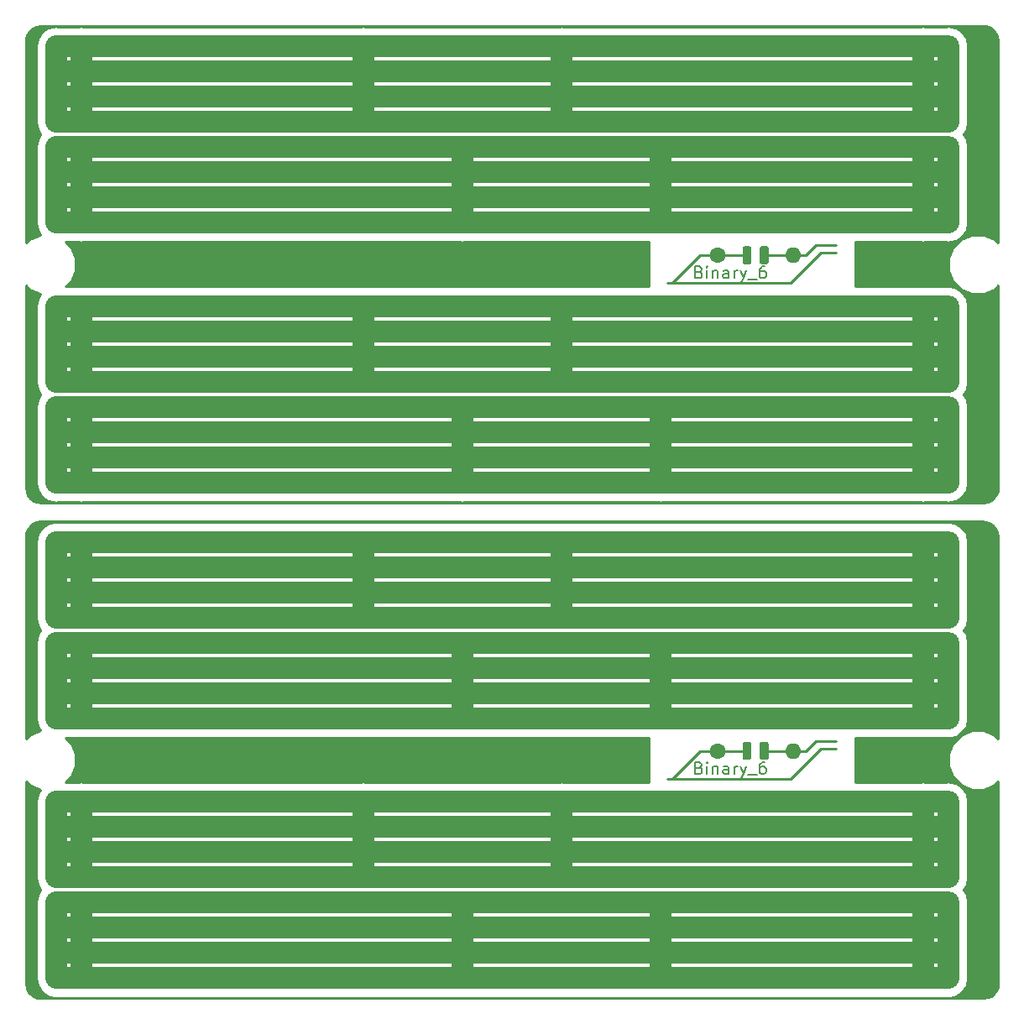
<source format=gtl>
G04 #@! TF.GenerationSoftware,KiCad,Pcbnew,(5.0.2)-1*
G04 #@! TF.CreationDate,2019-08-28T20:26:21+02:00*
G04 #@! TF.ProjectId,EleLab_v2_Bus100,456c654c-6162-45f7-9632-5f4275733130,rev?*
G04 #@! TF.SameCoordinates,Original*
G04 #@! TF.FileFunction,Copper,L1,Top*
G04 #@! TF.FilePolarity,Positive*
%FSLAX46Y46*%
G04 Gerber Fmt 4.6, Leading zero omitted, Abs format (unit mm)*
G04 Created by KiCad (PCBNEW (5.0.2)-1) date 28/08/2019 20:26:21*
%MOMM*%
%LPD*%
G01*
G04 APERTURE LIST*
%ADD10C,0.200000*%
G04 #@! TA.AperFunction,EtchedComponent*
%ADD11C,0.250000*%
G04 #@! TD*
G04 #@! TA.AperFunction,ComponentPad*
%ADD12R,1.700000X1.700000*%
G04 #@! TD*
G04 #@! TA.AperFunction,ComponentPad*
%ADD13O,1.700000X1.700000*%
G04 #@! TD*
G04 #@! TA.AperFunction,ComponentPad*
%ADD14C,1.600000*%
G04 #@! TD*
G04 #@! TA.AperFunction,ComponentPad*
%ADD15O,1.600000X1.600000*%
G04 #@! TD*
G04 #@! TA.AperFunction,Conductor*
%ADD16C,0.100000*%
G04 #@! TD*
G04 #@! TA.AperFunction,SMDPad,CuDef*
%ADD17C,0.900000*%
G04 #@! TD*
G04 #@! TA.AperFunction,Conductor*
%ADD18C,2.200000*%
G04 #@! TD*
G04 #@! TA.AperFunction,NonConductor*
%ADD19C,0.254000*%
G04 #@! TD*
G04 APERTURE END LIST*
G04 #@! TO.C,LO_1*
D10*
X162891742Y-103777085D02*
X163063171Y-103834228D01*
X163120314Y-103891371D01*
X163177457Y-104005657D01*
X163177457Y-104177085D01*
X163120314Y-104291371D01*
X163063171Y-104348514D01*
X162948885Y-104405657D01*
X162491742Y-104405657D01*
X162491742Y-103205657D01*
X162891742Y-103205657D01*
X163006028Y-103262800D01*
X163063171Y-103319942D01*
X163120314Y-103434228D01*
X163120314Y-103548514D01*
X163063171Y-103662800D01*
X163006028Y-103719942D01*
X162891742Y-103777085D01*
X162491742Y-103777085D01*
X163691742Y-104405657D02*
X163691742Y-103605657D01*
X163691742Y-103205657D02*
X163634600Y-103262800D01*
X163691742Y-103319942D01*
X163748885Y-103262800D01*
X163691742Y-103205657D01*
X163691742Y-103319942D01*
X164263171Y-103605657D02*
X164263171Y-104405657D01*
X164263171Y-103719942D02*
X164320314Y-103662800D01*
X164434600Y-103605657D01*
X164606028Y-103605657D01*
X164720314Y-103662800D01*
X164777457Y-103777085D01*
X164777457Y-104405657D01*
X165863171Y-104405657D02*
X165863171Y-103777085D01*
X165806028Y-103662800D01*
X165691742Y-103605657D01*
X165463171Y-103605657D01*
X165348885Y-103662800D01*
X165863171Y-104348514D02*
X165748885Y-104405657D01*
X165463171Y-104405657D01*
X165348885Y-104348514D01*
X165291742Y-104234228D01*
X165291742Y-104119942D01*
X165348885Y-104005657D01*
X165463171Y-103948514D01*
X165748885Y-103948514D01*
X165863171Y-103891371D01*
X166434600Y-104405657D02*
X166434600Y-103605657D01*
X166434600Y-103834228D02*
X166491742Y-103719942D01*
X166548885Y-103662800D01*
X166663171Y-103605657D01*
X166777457Y-103605657D01*
X167063171Y-103605657D02*
X167348885Y-104405657D01*
X167634600Y-103605657D02*
X167348885Y-104405657D01*
X167234600Y-104691371D01*
X167177457Y-104748514D01*
X167063171Y-104805657D01*
X167806028Y-104519942D02*
X168720314Y-104519942D01*
X169520314Y-103205657D02*
X169291742Y-103205657D01*
X169177457Y-103262800D01*
X169120314Y-103319942D01*
X169006028Y-103491371D01*
X168948885Y-103719942D01*
X168948885Y-104177085D01*
X169006028Y-104291371D01*
X169063171Y-104348514D01*
X169177457Y-104405657D01*
X169406028Y-104405657D01*
X169520314Y-104348514D01*
X169577457Y-104291371D01*
X169634600Y-104177085D01*
X169634600Y-103891371D01*
X169577457Y-103777085D01*
X169520314Y-103719942D01*
X169406028Y-103662800D01*
X169177457Y-103662800D01*
X169063171Y-103719942D01*
X169006028Y-103777085D01*
X168948885Y-103891371D01*
X162891742Y-53777085D02*
X163063171Y-53834228D01*
X163120314Y-53891371D01*
X163177457Y-54005657D01*
X163177457Y-54177085D01*
X163120314Y-54291371D01*
X163063171Y-54348514D01*
X162948885Y-54405657D01*
X162491742Y-54405657D01*
X162491742Y-53205657D01*
X162891742Y-53205657D01*
X163006028Y-53262800D01*
X163063171Y-53319942D01*
X163120314Y-53434228D01*
X163120314Y-53548514D01*
X163063171Y-53662800D01*
X163006028Y-53719942D01*
X162891742Y-53777085D01*
X162491742Y-53777085D01*
X163691742Y-54405657D02*
X163691742Y-53605657D01*
X163691742Y-53205657D02*
X163634600Y-53262800D01*
X163691742Y-53319942D01*
X163748885Y-53262800D01*
X163691742Y-53205657D01*
X163691742Y-53319942D01*
X164263171Y-53605657D02*
X164263171Y-54405657D01*
X164263171Y-53719942D02*
X164320314Y-53662800D01*
X164434600Y-53605657D01*
X164606028Y-53605657D01*
X164720314Y-53662800D01*
X164777457Y-53777085D01*
X164777457Y-54405657D01*
X165863171Y-54405657D02*
X165863171Y-53777085D01*
X165806028Y-53662800D01*
X165691742Y-53605657D01*
X165463171Y-53605657D01*
X165348885Y-53662800D01*
X165863171Y-54348514D02*
X165748885Y-54405657D01*
X165463171Y-54405657D01*
X165348885Y-54348514D01*
X165291742Y-54234228D01*
X165291742Y-54119942D01*
X165348885Y-54005657D01*
X165463171Y-53948514D01*
X165748885Y-53948514D01*
X165863171Y-53891371D01*
X166434600Y-54405657D02*
X166434600Y-53605657D01*
X166434600Y-53834228D02*
X166491742Y-53719942D01*
X166548885Y-53662800D01*
X166663171Y-53605657D01*
X166777457Y-53605657D01*
X167063171Y-53605657D02*
X167348885Y-54405657D01*
X167634600Y-53605657D02*
X167348885Y-54405657D01*
X167234600Y-54691371D01*
X167177457Y-54748514D01*
X167063171Y-54805657D01*
X167806028Y-54519942D02*
X168720314Y-54519942D01*
X169520314Y-53205657D02*
X169291742Y-53205657D01*
X169177457Y-53262800D01*
X169120314Y-53319942D01*
X169006028Y-53491371D01*
X168948885Y-53719942D01*
X168948885Y-54177085D01*
X169006028Y-54291371D01*
X169063171Y-54348514D01*
X169177457Y-54405657D01*
X169406028Y-54405657D01*
X169520314Y-54348514D01*
X169577457Y-54291371D01*
X169634600Y-54177085D01*
X169634600Y-53891371D01*
X169577457Y-53777085D01*
X169520314Y-53719942D01*
X169406028Y-53662800D01*
X169177457Y-53662800D01*
X169063171Y-53719942D01*
X169006028Y-53777085D01*
X168948885Y-53891371D01*
D11*
X164764600Y-102084800D02*
X167304600Y-102084800D01*
X169844600Y-102084800D02*
X172384600Y-102084800D01*
X172384600Y-102084800D02*
X173654600Y-102084800D01*
X173654600Y-102084800D02*
X174670600Y-101068800D01*
X174670600Y-101068800D02*
X176677200Y-101068800D01*
X164764600Y-102084800D02*
X162986600Y-102084800D01*
X162986600Y-102084800D02*
X160192600Y-104878800D01*
X176728000Y-101830800D02*
X175178600Y-101830800D01*
X175178600Y-101830800D02*
X172130600Y-104878800D01*
X172130600Y-104878800D02*
X159659200Y-104878800D01*
X172130600Y-54878800D02*
X159659200Y-54878800D01*
X175178600Y-51830800D02*
X172130600Y-54878800D01*
X176728000Y-51830800D02*
X175178600Y-51830800D01*
X162986600Y-52084800D02*
X160192600Y-54878800D01*
X164764600Y-52084800D02*
X162986600Y-52084800D01*
X174670600Y-51068800D02*
X176677200Y-51068800D01*
X173654600Y-52084800D02*
X174670600Y-51068800D01*
X172384600Y-52084800D02*
X173654600Y-52084800D01*
X169844600Y-52084800D02*
X172384600Y-52084800D01*
X164764600Y-52084800D02*
X167304600Y-52084800D01*
G04 #@! TD*
D12*
G04 #@! TO.P,J31,1*
G04 #@! TO.N,/GND*
X139000000Y-122460000D03*
G04 #@! TD*
G04 #@! TO.P,J34,1*
G04 #@! TO.N,/GND*
X159000000Y-119920000D03*
G04 #@! TD*
G04 #@! TO.P,J30,1*
G04 #@! TO.N,/GND*
X139000000Y-119920000D03*
G04 #@! TD*
G04 #@! TO.P,J32,1*
G04 #@! TO.N,/GND*
X139000000Y-125000000D03*
G04 #@! TD*
G04 #@! TO.P,J35,1*
G04 #@! TO.N,/GND*
X159000000Y-122460000D03*
G04 #@! TD*
G04 #@! TO.P,J33,1*
G04 #@! TO.N,/GND*
X159000000Y-117380000D03*
G04 #@! TD*
G04 #@! TO.P,J29,1*
G04 #@! TO.N,/GND*
X139000000Y-117380000D03*
G04 #@! TD*
G04 #@! TO.P,J36,1*
G04 #@! TO.N,/GND*
X159000000Y-125000000D03*
G04 #@! TD*
G04 #@! TO.P,J12,1*
G04 #@! TO.N,/+24V*
X149000000Y-88620000D03*
G04 #@! TD*
G04 #@! TO.P,J19,1*
G04 #@! TO.N,/+12V*
X159000000Y-96240000D03*
G04 #@! TD*
G04 #@! TO.P,J28,1*
G04 #@! TO.N,/+5V*
X149000000Y-114840000D03*
G04 #@! TD*
G04 #@! TO.P,J27,1*
G04 #@! TO.N,/+5V*
X149000000Y-112300000D03*
G04 #@! TD*
G04 #@! TO.P,J24,1*
G04 #@! TO.N,/+5V*
X129000000Y-114840000D03*
G04 #@! TD*
G04 #@! TO.P,J21,1*
G04 #@! TO.N,/+5V*
X129000000Y-107220000D03*
G04 #@! TD*
G04 #@! TO.P,J20,1*
G04 #@! TO.N,/+12V*
X159000000Y-98780000D03*
G04 #@! TD*
G04 #@! TO.P,J17,1*
G04 #@! TO.N,/+12V*
X159000000Y-91160000D03*
G04 #@! TD*
G04 #@! TO.P,J14,1*
G04 #@! TO.N,/+12V*
X139000000Y-93700000D03*
G04 #@! TD*
G04 #@! TO.P,J22,1*
G04 #@! TO.N,/+5V*
X129000000Y-109760000D03*
G04 #@! TD*
G04 #@! TO.P,J15,1*
G04 #@! TO.N,/+12V*
X139000000Y-96240000D03*
G04 #@! TD*
G04 #@! TO.P,J26,1*
G04 #@! TO.N,/+5V*
X149000000Y-109760000D03*
G04 #@! TD*
G04 #@! TO.P,J11,1*
G04 #@! TO.N,/+24V*
X149000000Y-86080000D03*
G04 #@! TD*
G04 #@! TO.P,J25,1*
G04 #@! TO.N,/+5V*
X149000000Y-107220000D03*
G04 #@! TD*
G04 #@! TO.P,J23,1*
G04 #@! TO.N,/+5V*
X129000000Y-112300000D03*
G04 #@! TD*
G04 #@! TO.P,J13,1*
G04 #@! TO.N,/+12V*
X139000000Y-91160000D03*
G04 #@! TD*
G04 #@! TO.P,J18,1*
G04 #@! TO.N,/+12V*
X159000000Y-93700000D03*
G04 #@! TD*
G04 #@! TO.P,J16,1*
G04 #@! TO.N,/+12V*
X139000000Y-98780000D03*
G04 #@! TD*
G04 #@! TO.P,J2,1*
G04 #@! TO.N,/GND*
X100540000Y-125000000D03*
D13*
G04 #@! TO.P,J2,2*
X98000000Y-125000000D03*
G04 #@! TO.P,J2,3*
X100540000Y-122460000D03*
G04 #@! TO.P,J2,4*
X98000000Y-122460000D03*
G04 #@! TO.P,J2,5*
X100540000Y-119920000D03*
G04 #@! TO.P,J2,6*
X98000000Y-119920000D03*
G04 #@! TO.P,J2,7*
X100540000Y-117380000D03*
G04 #@! TO.P,J2,8*
X98000000Y-117380000D03*
G04 #@! TO.P,J2,9*
G04 #@! TO.N,/+5V*
X100540000Y-114840000D03*
G04 #@! TO.P,J2,10*
X98000000Y-114840000D03*
G04 #@! TO.P,J2,11*
X100540000Y-112300000D03*
G04 #@! TO.P,J2,12*
X98000000Y-112300000D03*
G04 #@! TO.P,J2,13*
X100540000Y-109760000D03*
G04 #@! TO.P,J2,14*
X98000000Y-109760000D03*
G04 #@! TO.P,J2,15*
X100540000Y-107220000D03*
G04 #@! TO.P,J2,16*
X98000000Y-107220000D03*
G04 #@! TD*
G04 #@! TO.P,J3,16*
G04 #@! TO.N,/+24V*
X188000000Y-81000000D03*
G04 #@! TO.P,J3,15*
X185460000Y-81000000D03*
G04 #@! TO.P,J3,14*
X188000000Y-83540000D03*
G04 #@! TO.P,J3,13*
X185460000Y-83540000D03*
G04 #@! TO.P,J3,12*
X188000000Y-86080000D03*
G04 #@! TO.P,J3,11*
X185460000Y-86080000D03*
G04 #@! TO.P,J3,10*
X188000000Y-88620000D03*
G04 #@! TO.P,J3,9*
X185460000Y-88620000D03*
G04 #@! TO.P,J3,8*
G04 #@! TO.N,/+12V*
X188000000Y-91160000D03*
G04 #@! TO.P,J3,7*
X185460000Y-91160000D03*
G04 #@! TO.P,J3,6*
X188000000Y-93700000D03*
G04 #@! TO.P,J3,5*
X185460000Y-93700000D03*
G04 #@! TO.P,J3,4*
X188000000Y-96240000D03*
G04 #@! TO.P,J3,3*
X185460000Y-96240000D03*
G04 #@! TO.P,J3,2*
X188000000Y-98780000D03*
D12*
G04 #@! TO.P,J3,1*
X185460000Y-98780000D03*
G04 #@! TD*
G04 #@! TO.P,J5,1*
G04 #@! TO.N,/+24V*
X129000000Y-81000000D03*
G04 #@! TD*
D14*
G04 #@! TO.P,LO_1,2*
G04 #@! TO.N,N/C*
X164764600Y-102084800D03*
D15*
G04 #@! TO.P,LO_1,1*
X172384600Y-102084800D03*
D16*
G04 #@! TD*
G04 #@! TO.N,*
G04 #@! TO.C,LO_1*
G36*
X167951654Y-101185883D02*
X167973495Y-101189123D01*
X167994914Y-101194488D01*
X168015704Y-101201927D01*
X168035664Y-101211368D01*
X168054603Y-101222719D01*
X168072338Y-101235873D01*
X168088699Y-101250701D01*
X168103527Y-101267062D01*
X168116681Y-101284797D01*
X168128032Y-101303736D01*
X168137473Y-101323696D01*
X168144912Y-101344486D01*
X168150277Y-101365905D01*
X168153517Y-101387746D01*
X168154600Y-101409800D01*
X168154600Y-102759800D01*
X168153517Y-102781854D01*
X168150277Y-102803695D01*
X168144912Y-102825114D01*
X168137473Y-102845904D01*
X168128032Y-102865864D01*
X168116681Y-102884803D01*
X168103527Y-102902538D01*
X168088699Y-102918899D01*
X168072338Y-102933727D01*
X168054603Y-102946881D01*
X168035664Y-102958232D01*
X168015704Y-102967673D01*
X167994914Y-102975112D01*
X167973495Y-102980477D01*
X167951654Y-102983717D01*
X167929600Y-102984800D01*
X167479600Y-102984800D01*
X167457546Y-102983717D01*
X167435705Y-102980477D01*
X167414286Y-102975112D01*
X167393496Y-102967673D01*
X167373536Y-102958232D01*
X167354597Y-102946881D01*
X167336862Y-102933727D01*
X167320501Y-102918899D01*
X167305673Y-102902538D01*
X167292519Y-102884803D01*
X167281168Y-102865864D01*
X167271727Y-102845904D01*
X167264288Y-102825114D01*
X167258923Y-102803695D01*
X167255683Y-102781854D01*
X167254600Y-102759800D01*
X167254600Y-101409800D01*
X167255683Y-101387746D01*
X167258923Y-101365905D01*
X167264288Y-101344486D01*
X167271727Y-101323696D01*
X167281168Y-101303736D01*
X167292519Y-101284797D01*
X167305673Y-101267062D01*
X167320501Y-101250701D01*
X167336862Y-101235873D01*
X167354597Y-101222719D01*
X167373536Y-101211368D01*
X167393496Y-101201927D01*
X167414286Y-101194488D01*
X167435705Y-101189123D01*
X167457546Y-101185883D01*
X167479600Y-101184800D01*
X167929600Y-101184800D01*
X167951654Y-101185883D01*
X167951654Y-101185883D01*
G37*
D17*
G04 #@! TO.P,LO_1,*
G04 #@! TO.N,*
X167704600Y-102084800D03*
D16*
G04 #@! TD*
G04 #@! TO.N,*
G04 #@! TO.C,LO_1*
G36*
X169691654Y-101185883D02*
X169713495Y-101189123D01*
X169734914Y-101194488D01*
X169755704Y-101201927D01*
X169775664Y-101211368D01*
X169794603Y-101222719D01*
X169812338Y-101235873D01*
X169828699Y-101250701D01*
X169843527Y-101267062D01*
X169856681Y-101284797D01*
X169868032Y-101303736D01*
X169877473Y-101323696D01*
X169884912Y-101344486D01*
X169890277Y-101365905D01*
X169893517Y-101387746D01*
X169894600Y-101409800D01*
X169894600Y-102759800D01*
X169893517Y-102781854D01*
X169890277Y-102803695D01*
X169884912Y-102825114D01*
X169877473Y-102845904D01*
X169868032Y-102865864D01*
X169856681Y-102884803D01*
X169843527Y-102902538D01*
X169828699Y-102918899D01*
X169812338Y-102933727D01*
X169794603Y-102946881D01*
X169775664Y-102958232D01*
X169755704Y-102967673D01*
X169734914Y-102975112D01*
X169713495Y-102980477D01*
X169691654Y-102983717D01*
X169669600Y-102984800D01*
X169219600Y-102984800D01*
X169197546Y-102983717D01*
X169175705Y-102980477D01*
X169154286Y-102975112D01*
X169133496Y-102967673D01*
X169113536Y-102958232D01*
X169094597Y-102946881D01*
X169076862Y-102933727D01*
X169060501Y-102918899D01*
X169045673Y-102902538D01*
X169032519Y-102884803D01*
X169021168Y-102865864D01*
X169011727Y-102845904D01*
X169004288Y-102825114D01*
X168998923Y-102803695D01*
X168995683Y-102781854D01*
X168994600Y-102759800D01*
X168994600Y-101409800D01*
X168995683Y-101387746D01*
X168998923Y-101365905D01*
X169004288Y-101344486D01*
X169011727Y-101323696D01*
X169021168Y-101303736D01*
X169032519Y-101284797D01*
X169045673Y-101267062D01*
X169060501Y-101250701D01*
X169076862Y-101235873D01*
X169094597Y-101222719D01*
X169113536Y-101211368D01*
X169133496Y-101201927D01*
X169154286Y-101194488D01*
X169175705Y-101189123D01*
X169197546Y-101185883D01*
X169219600Y-101184800D01*
X169669600Y-101184800D01*
X169691654Y-101185883D01*
X169691654Y-101185883D01*
G37*
D17*
G04 #@! TO.P,LO_1,*
G04 #@! TO.N,*
X169444600Y-102084800D03*
G04 #@! TD*
D12*
G04 #@! TO.P,J1,1*
G04 #@! TO.N,/+12V*
X100540000Y-98780000D03*
D13*
G04 #@! TO.P,J1,2*
X98000000Y-98780000D03*
G04 #@! TO.P,J1,3*
X100540000Y-96240000D03*
G04 #@! TO.P,J1,4*
X98000000Y-96240000D03*
G04 #@! TO.P,J1,5*
X100540000Y-93700000D03*
G04 #@! TO.P,J1,6*
X98000000Y-93700000D03*
G04 #@! TO.P,J1,7*
X100540000Y-91160000D03*
G04 #@! TO.P,J1,8*
X98000000Y-91160000D03*
G04 #@! TO.P,J1,9*
G04 #@! TO.N,/+24V*
X100540000Y-88620000D03*
G04 #@! TO.P,J1,10*
X98000000Y-88620000D03*
G04 #@! TO.P,J1,11*
X100540000Y-86080000D03*
G04 #@! TO.P,J1,12*
X98000000Y-86080000D03*
G04 #@! TO.P,J1,13*
X100540000Y-83540000D03*
G04 #@! TO.P,J1,14*
X98000000Y-83540000D03*
G04 #@! TO.P,J1,15*
X100540000Y-81000000D03*
G04 #@! TO.P,J1,16*
X98000000Y-81000000D03*
G04 #@! TD*
G04 #@! TO.P,J4,16*
G04 #@! TO.N,/+5V*
X188000000Y-107220000D03*
G04 #@! TO.P,J4,15*
X185460000Y-107220000D03*
G04 #@! TO.P,J4,14*
X188000000Y-109760000D03*
G04 #@! TO.P,J4,13*
X185460000Y-109760000D03*
G04 #@! TO.P,J4,12*
X188000000Y-112300000D03*
G04 #@! TO.P,J4,11*
X185460000Y-112300000D03*
G04 #@! TO.P,J4,10*
X188000000Y-114840000D03*
G04 #@! TO.P,J4,9*
X185460000Y-114840000D03*
G04 #@! TO.P,J4,8*
G04 #@! TO.N,/GND*
X188000000Y-117380000D03*
G04 #@! TO.P,J4,7*
X185460000Y-117380000D03*
G04 #@! TO.P,J4,6*
X188000000Y-119920000D03*
G04 #@! TO.P,J4,5*
X185460000Y-119920000D03*
G04 #@! TO.P,J4,4*
X188000000Y-122460000D03*
G04 #@! TO.P,J4,3*
X185460000Y-122460000D03*
G04 #@! TO.P,J4,2*
X188000000Y-125000000D03*
D12*
G04 #@! TO.P,J4,1*
X185460000Y-125000000D03*
G04 #@! TD*
G04 #@! TO.P,J10,1*
G04 #@! TO.N,/+24V*
X149000000Y-83540000D03*
G04 #@! TD*
G04 #@! TO.P,J9,1*
G04 #@! TO.N,/+24V*
X149000000Y-81000000D03*
G04 #@! TD*
G04 #@! TO.P,J8,1*
G04 #@! TO.N,/+24V*
X129000000Y-88620000D03*
G04 #@! TD*
G04 #@! TO.P,J7,1*
G04 #@! TO.N,/+24V*
X129000000Y-86080000D03*
G04 #@! TD*
G04 #@! TO.P,J6,1*
G04 #@! TO.N,/+24V*
X129000000Y-83540000D03*
G04 #@! TD*
G04 #@! TO.P,J3,1*
G04 #@! TO.N,/+12V*
X185460000Y-48780000D03*
D13*
G04 #@! TO.P,J3,2*
X188000000Y-48780000D03*
G04 #@! TO.P,J3,3*
X185460000Y-46240000D03*
G04 #@! TO.P,J3,4*
X188000000Y-46240000D03*
G04 #@! TO.P,J3,5*
X185460000Y-43700000D03*
G04 #@! TO.P,J3,6*
X188000000Y-43700000D03*
G04 #@! TO.P,J3,7*
X185460000Y-41160000D03*
G04 #@! TO.P,J3,8*
X188000000Y-41160000D03*
G04 #@! TO.P,J3,9*
G04 #@! TO.N,/+24V*
X185460000Y-38620000D03*
G04 #@! TO.P,J3,10*
X188000000Y-38620000D03*
G04 #@! TO.P,J3,11*
X185460000Y-36080000D03*
G04 #@! TO.P,J3,12*
X188000000Y-36080000D03*
G04 #@! TO.P,J3,13*
X185460000Y-33540000D03*
G04 #@! TO.P,J3,14*
X188000000Y-33540000D03*
G04 #@! TO.P,J3,15*
X185460000Y-31000000D03*
G04 #@! TO.P,J3,16*
X188000000Y-31000000D03*
G04 #@! TD*
D12*
G04 #@! TO.P,J4,1*
G04 #@! TO.N,/GND*
X185460000Y-75000000D03*
D13*
G04 #@! TO.P,J4,2*
X188000000Y-75000000D03*
G04 #@! TO.P,J4,3*
X185460000Y-72460000D03*
G04 #@! TO.P,J4,4*
X188000000Y-72460000D03*
G04 #@! TO.P,J4,5*
X185460000Y-69920000D03*
G04 #@! TO.P,J4,6*
X188000000Y-69920000D03*
G04 #@! TO.P,J4,7*
X185460000Y-67380000D03*
G04 #@! TO.P,J4,8*
X188000000Y-67380000D03*
G04 #@! TO.P,J4,9*
G04 #@! TO.N,/+5V*
X185460000Y-64840000D03*
G04 #@! TO.P,J4,10*
X188000000Y-64840000D03*
G04 #@! TO.P,J4,11*
X185460000Y-62300000D03*
G04 #@! TO.P,J4,12*
X188000000Y-62300000D03*
G04 #@! TO.P,J4,13*
X185460000Y-59760000D03*
G04 #@! TO.P,J4,14*
X188000000Y-59760000D03*
G04 #@! TO.P,J4,15*
X185460000Y-57220000D03*
G04 #@! TO.P,J4,16*
X188000000Y-57220000D03*
G04 #@! TD*
G04 #@! TO.P,J1,16*
G04 #@! TO.N,/+24V*
X98000000Y-31000000D03*
G04 #@! TO.P,J1,15*
X100540000Y-31000000D03*
G04 #@! TO.P,J1,14*
X98000000Y-33540000D03*
G04 #@! TO.P,J1,13*
X100540000Y-33540000D03*
G04 #@! TO.P,J1,12*
X98000000Y-36080000D03*
G04 #@! TO.P,J1,11*
X100540000Y-36080000D03*
G04 #@! TO.P,J1,10*
X98000000Y-38620000D03*
G04 #@! TO.P,J1,9*
X100540000Y-38620000D03*
G04 #@! TO.P,J1,8*
G04 #@! TO.N,/+12V*
X98000000Y-41160000D03*
G04 #@! TO.P,J1,7*
X100540000Y-41160000D03*
G04 #@! TO.P,J1,6*
X98000000Y-43700000D03*
G04 #@! TO.P,J1,5*
X100540000Y-43700000D03*
G04 #@! TO.P,J1,4*
X98000000Y-46240000D03*
G04 #@! TO.P,J1,3*
X100540000Y-46240000D03*
G04 #@! TO.P,J1,2*
X98000000Y-48780000D03*
D12*
G04 #@! TO.P,J1,1*
X100540000Y-48780000D03*
G04 #@! TD*
D13*
G04 #@! TO.P,J2,16*
G04 #@! TO.N,/+5V*
X98000000Y-57220000D03*
G04 #@! TO.P,J2,15*
X100540000Y-57220000D03*
G04 #@! TO.P,J2,14*
X98000000Y-59760000D03*
G04 #@! TO.P,J2,13*
X100540000Y-59760000D03*
G04 #@! TO.P,J2,12*
X98000000Y-62300000D03*
G04 #@! TO.P,J2,11*
X100540000Y-62300000D03*
G04 #@! TO.P,J2,10*
X98000000Y-64840000D03*
G04 #@! TO.P,J2,9*
X100540000Y-64840000D03*
G04 #@! TO.P,J2,8*
G04 #@! TO.N,/GND*
X98000000Y-67380000D03*
G04 #@! TO.P,J2,7*
X100540000Y-67380000D03*
G04 #@! TO.P,J2,6*
X98000000Y-69920000D03*
G04 #@! TO.P,J2,5*
X100540000Y-69920000D03*
G04 #@! TO.P,J2,4*
X98000000Y-72460000D03*
G04 #@! TO.P,J2,3*
X100540000Y-72460000D03*
G04 #@! TO.P,J2,2*
X98000000Y-75000000D03*
D12*
G04 #@! TO.P,J2,1*
X100540000Y-75000000D03*
G04 #@! TD*
D16*
G04 #@! TO.N,*
G04 #@! TO.C,LO_1*
G36*
X169691654Y-51185883D02*
X169713495Y-51189123D01*
X169734914Y-51194488D01*
X169755704Y-51201927D01*
X169775664Y-51211368D01*
X169794603Y-51222719D01*
X169812338Y-51235873D01*
X169828699Y-51250701D01*
X169843527Y-51267062D01*
X169856681Y-51284797D01*
X169868032Y-51303736D01*
X169877473Y-51323696D01*
X169884912Y-51344486D01*
X169890277Y-51365905D01*
X169893517Y-51387746D01*
X169894600Y-51409800D01*
X169894600Y-52759800D01*
X169893517Y-52781854D01*
X169890277Y-52803695D01*
X169884912Y-52825114D01*
X169877473Y-52845904D01*
X169868032Y-52865864D01*
X169856681Y-52884803D01*
X169843527Y-52902538D01*
X169828699Y-52918899D01*
X169812338Y-52933727D01*
X169794603Y-52946881D01*
X169775664Y-52958232D01*
X169755704Y-52967673D01*
X169734914Y-52975112D01*
X169713495Y-52980477D01*
X169691654Y-52983717D01*
X169669600Y-52984800D01*
X169219600Y-52984800D01*
X169197546Y-52983717D01*
X169175705Y-52980477D01*
X169154286Y-52975112D01*
X169133496Y-52967673D01*
X169113536Y-52958232D01*
X169094597Y-52946881D01*
X169076862Y-52933727D01*
X169060501Y-52918899D01*
X169045673Y-52902538D01*
X169032519Y-52884803D01*
X169021168Y-52865864D01*
X169011727Y-52845904D01*
X169004288Y-52825114D01*
X168998923Y-52803695D01*
X168995683Y-52781854D01*
X168994600Y-52759800D01*
X168994600Y-51409800D01*
X168995683Y-51387746D01*
X168998923Y-51365905D01*
X169004288Y-51344486D01*
X169011727Y-51323696D01*
X169021168Y-51303736D01*
X169032519Y-51284797D01*
X169045673Y-51267062D01*
X169060501Y-51250701D01*
X169076862Y-51235873D01*
X169094597Y-51222719D01*
X169113536Y-51211368D01*
X169133496Y-51201927D01*
X169154286Y-51194488D01*
X169175705Y-51189123D01*
X169197546Y-51185883D01*
X169219600Y-51184800D01*
X169669600Y-51184800D01*
X169691654Y-51185883D01*
X169691654Y-51185883D01*
G37*
D17*
G04 #@! TD*
G04 #@! TO.P,LO_1,*
G04 #@! TO.N,*
X169444600Y-52084800D03*
D16*
G04 #@! TO.N,*
G04 #@! TO.C,LO_1*
G36*
X167951654Y-51185883D02*
X167973495Y-51189123D01*
X167994914Y-51194488D01*
X168015704Y-51201927D01*
X168035664Y-51211368D01*
X168054603Y-51222719D01*
X168072338Y-51235873D01*
X168088699Y-51250701D01*
X168103527Y-51267062D01*
X168116681Y-51284797D01*
X168128032Y-51303736D01*
X168137473Y-51323696D01*
X168144912Y-51344486D01*
X168150277Y-51365905D01*
X168153517Y-51387746D01*
X168154600Y-51409800D01*
X168154600Y-52759800D01*
X168153517Y-52781854D01*
X168150277Y-52803695D01*
X168144912Y-52825114D01*
X168137473Y-52845904D01*
X168128032Y-52865864D01*
X168116681Y-52884803D01*
X168103527Y-52902538D01*
X168088699Y-52918899D01*
X168072338Y-52933727D01*
X168054603Y-52946881D01*
X168035664Y-52958232D01*
X168015704Y-52967673D01*
X167994914Y-52975112D01*
X167973495Y-52980477D01*
X167951654Y-52983717D01*
X167929600Y-52984800D01*
X167479600Y-52984800D01*
X167457546Y-52983717D01*
X167435705Y-52980477D01*
X167414286Y-52975112D01*
X167393496Y-52967673D01*
X167373536Y-52958232D01*
X167354597Y-52946881D01*
X167336862Y-52933727D01*
X167320501Y-52918899D01*
X167305673Y-52902538D01*
X167292519Y-52884803D01*
X167281168Y-52865864D01*
X167271727Y-52845904D01*
X167264288Y-52825114D01*
X167258923Y-52803695D01*
X167255683Y-52781854D01*
X167254600Y-52759800D01*
X167254600Y-51409800D01*
X167255683Y-51387746D01*
X167258923Y-51365905D01*
X167264288Y-51344486D01*
X167271727Y-51323696D01*
X167281168Y-51303736D01*
X167292519Y-51284797D01*
X167305673Y-51267062D01*
X167320501Y-51250701D01*
X167336862Y-51235873D01*
X167354597Y-51222719D01*
X167373536Y-51211368D01*
X167393496Y-51201927D01*
X167414286Y-51194488D01*
X167435705Y-51189123D01*
X167457546Y-51185883D01*
X167479600Y-51184800D01*
X167929600Y-51184800D01*
X167951654Y-51185883D01*
X167951654Y-51185883D01*
G37*
D17*
G04 #@! TD*
G04 #@! TO.P,LO_1,*
G04 #@! TO.N,*
X167704600Y-52084800D03*
D15*
G04 #@! TO.P,LO_1,1*
G04 #@! TO.N,N/C*
X172384600Y-52084800D03*
D14*
G04 #@! TO.P,LO_1,2*
X164764600Y-52084800D03*
G04 #@! TD*
D12*
G04 #@! TO.P,J5,1*
G04 #@! TO.N,/+24V*
X129000000Y-31000000D03*
G04 #@! TD*
G04 #@! TO.P,J6,1*
G04 #@! TO.N,/+24V*
X129000000Y-33540000D03*
G04 #@! TD*
G04 #@! TO.P,J7,1*
G04 #@! TO.N,/+24V*
X129000000Y-36080000D03*
G04 #@! TD*
G04 #@! TO.P,J8,1*
G04 #@! TO.N,/+24V*
X129000000Y-38620000D03*
G04 #@! TD*
G04 #@! TO.P,J9,1*
G04 #@! TO.N,/+24V*
X149000000Y-31000000D03*
G04 #@! TD*
G04 #@! TO.P,J10,1*
G04 #@! TO.N,/+24V*
X149000000Y-33540000D03*
G04 #@! TD*
G04 #@! TO.P,J11,1*
G04 #@! TO.N,/+24V*
X149000000Y-36080000D03*
G04 #@! TD*
G04 #@! TO.P,J12,1*
G04 #@! TO.N,/+24V*
X149000000Y-38620000D03*
G04 #@! TD*
G04 #@! TO.P,J13,1*
G04 #@! TO.N,/+12V*
X139000000Y-41160000D03*
G04 #@! TD*
G04 #@! TO.P,J14,1*
G04 #@! TO.N,/+12V*
X139000000Y-43700000D03*
G04 #@! TD*
G04 #@! TO.P,J15,1*
G04 #@! TO.N,/+12V*
X139000000Y-46240000D03*
G04 #@! TD*
G04 #@! TO.P,J16,1*
G04 #@! TO.N,/+12V*
X139000000Y-48780000D03*
G04 #@! TD*
G04 #@! TO.P,J17,1*
G04 #@! TO.N,/+12V*
X159000000Y-41160000D03*
G04 #@! TD*
G04 #@! TO.P,J18,1*
G04 #@! TO.N,/+12V*
X159000000Y-43700000D03*
G04 #@! TD*
G04 #@! TO.P,J19,1*
G04 #@! TO.N,/+12V*
X159000000Y-46240000D03*
G04 #@! TD*
G04 #@! TO.P,J20,1*
G04 #@! TO.N,/+12V*
X159000000Y-48780000D03*
G04 #@! TD*
G04 #@! TO.P,J21,1*
G04 #@! TO.N,/+5V*
X129000000Y-57220000D03*
G04 #@! TD*
G04 #@! TO.P,J22,1*
G04 #@! TO.N,/+5V*
X129000000Y-59760000D03*
G04 #@! TD*
G04 #@! TO.P,J23,1*
G04 #@! TO.N,/+5V*
X129000000Y-62300000D03*
G04 #@! TD*
G04 #@! TO.P,J24,1*
G04 #@! TO.N,/+5V*
X129000000Y-64840000D03*
G04 #@! TD*
G04 #@! TO.P,J25,1*
G04 #@! TO.N,/+5V*
X149000000Y-57220000D03*
G04 #@! TD*
G04 #@! TO.P,J26,1*
G04 #@! TO.N,/+5V*
X149000000Y-59760000D03*
G04 #@! TD*
G04 #@! TO.P,J27,1*
G04 #@! TO.N,/+5V*
X149000000Y-62300000D03*
G04 #@! TD*
G04 #@! TO.P,J28,1*
G04 #@! TO.N,/+5V*
X149000000Y-64840000D03*
G04 #@! TD*
G04 #@! TO.P,J29,1*
G04 #@! TO.N,/GND*
X139000000Y-67380000D03*
G04 #@! TD*
G04 #@! TO.P,J30,1*
G04 #@! TO.N,/GND*
X139000000Y-69920000D03*
G04 #@! TD*
G04 #@! TO.P,J31,1*
G04 #@! TO.N,/GND*
X139000000Y-72460000D03*
G04 #@! TD*
G04 #@! TO.P,J32,1*
G04 #@! TO.N,/GND*
X139000000Y-75000000D03*
G04 #@! TD*
G04 #@! TO.P,J33,1*
G04 #@! TO.N,/GND*
X159000000Y-67380000D03*
G04 #@! TD*
G04 #@! TO.P,J34,1*
G04 #@! TO.N,/GND*
X159000000Y-69920000D03*
G04 #@! TD*
G04 #@! TO.P,J35,1*
G04 #@! TO.N,/GND*
X159000000Y-72460000D03*
G04 #@! TD*
G04 #@! TO.P,J36,1*
G04 #@! TO.N,/GND*
X159000000Y-75000000D03*
G04 #@! TD*
D18*
G04 #@! TO.N,/+24V*
X185460000Y-38620000D02*
X188000000Y-38620000D01*
X98000000Y-38620000D02*
X185460000Y-38620000D01*
X103080000Y-36080000D02*
X98000000Y-36080000D01*
X188000000Y-36080000D02*
X103080000Y-36080000D01*
X98000000Y-33540000D02*
X188000000Y-33540000D01*
X188000000Y-31000000D02*
X98000000Y-31000000D01*
X129000000Y-31000000D02*
X129000000Y-38620000D01*
X149000000Y-38620000D02*
X149000000Y-31000000D01*
X188000000Y-38620000D02*
X188000000Y-31000000D01*
X185460000Y-31000000D02*
X185460000Y-38620000D01*
X100540000Y-31000000D02*
X100540000Y-38620000D01*
X98000000Y-38620000D02*
X98000000Y-31000000D01*
X98000000Y-83540000D02*
X188000000Y-83540000D01*
X188000000Y-86080000D02*
X103080000Y-86080000D01*
X100540000Y-81000000D02*
X100540000Y-88620000D01*
X185460000Y-88620000D02*
X188000000Y-88620000D01*
X98000000Y-88620000D02*
X185460000Y-88620000D01*
X103080000Y-86080000D02*
X98000000Y-86080000D01*
X129000000Y-81000000D02*
X129000000Y-88620000D01*
X188000000Y-81000000D02*
X98000000Y-81000000D01*
X188000000Y-88620000D02*
X188000000Y-81000000D01*
X185460000Y-81000000D02*
X185460000Y-88620000D01*
X98000000Y-88620000D02*
X98000000Y-81000000D01*
X149000000Y-88620000D02*
X149000000Y-81000000D01*
G04 #@! TO.N,/+12V*
X186102002Y-41160000D02*
X188000000Y-41160000D01*
X98000000Y-41160000D02*
X186102002Y-41160000D01*
X188000000Y-43700000D02*
X98000000Y-43700000D01*
X98000000Y-46240000D02*
X188000000Y-46240000D01*
X188000000Y-48780000D02*
X98000000Y-48780000D01*
X159000000Y-41160000D02*
X159000000Y-48780000D01*
X139000000Y-48780000D02*
X139000000Y-41160000D01*
X188000000Y-48780000D02*
X188000000Y-41160000D01*
X185460000Y-41160000D02*
X185460000Y-48780000D01*
X98000000Y-41160000D02*
X98000000Y-48780000D01*
X100540000Y-48780000D02*
X100540000Y-41160000D01*
X188000000Y-98780000D02*
X188000000Y-91160000D01*
X188000000Y-93700000D02*
X98000000Y-93700000D01*
X188000000Y-98780000D02*
X98000000Y-98780000D01*
X139000000Y-98780000D02*
X139000000Y-91160000D01*
X98000000Y-91160000D02*
X186102002Y-91160000D01*
X159000000Y-91160000D02*
X159000000Y-98780000D01*
X185460000Y-91160000D02*
X185460000Y-98780000D01*
X100540000Y-98780000D02*
X100540000Y-91160000D01*
X98000000Y-91160000D02*
X98000000Y-98780000D01*
X98000000Y-96240000D02*
X188000000Y-96240000D01*
X186102002Y-91160000D02*
X188000000Y-91160000D01*
G04 #@! TO.N,/GND*
X188000000Y-72460000D02*
X98000000Y-72460000D01*
X98000000Y-69920000D02*
X188000000Y-69920000D01*
X188000000Y-67380000D02*
X98000000Y-67380000D01*
X139000000Y-67380000D02*
X139000000Y-75000000D01*
X159000000Y-75000000D02*
X159000000Y-67380000D01*
X188000000Y-75000000D02*
X188000000Y-67380000D01*
X185460000Y-67380000D02*
X185460000Y-75000000D01*
X98000000Y-75000000D02*
X188000000Y-75000000D01*
X100540000Y-75000000D02*
X100540000Y-67380000D01*
X98000000Y-67380000D02*
X98000000Y-75000000D01*
X188000000Y-125000000D02*
X188000000Y-117380000D01*
X188000000Y-122460000D02*
X98000000Y-122460000D01*
X139000000Y-117380000D02*
X139000000Y-125000000D01*
X159000000Y-125000000D02*
X159000000Y-117380000D01*
X98000000Y-125000000D02*
X188000000Y-125000000D01*
X188000000Y-117380000D02*
X98000000Y-117380000D01*
X100540000Y-125000000D02*
X100540000Y-117380000D01*
X98000000Y-117380000D02*
X98000000Y-125000000D01*
X185460000Y-117380000D02*
X185460000Y-125000000D01*
X98000000Y-119920000D02*
X188000000Y-119920000D01*
G04 #@! TO.N,/+5V*
X98000000Y-64840000D02*
X188000000Y-64840000D01*
X100540000Y-62300000D02*
X98000000Y-62300000D01*
X188000000Y-62300000D02*
X100540000Y-62300000D01*
X98000000Y-59760000D02*
X188000000Y-59760000D01*
X188000000Y-57220000D02*
X98000000Y-57220000D01*
X149000000Y-64780000D02*
X148940000Y-64840000D01*
X149000000Y-57220000D02*
X149000000Y-64780000D01*
X129000000Y-57220000D02*
X129000000Y-64840000D01*
X188000000Y-64840000D02*
X188000000Y-57220000D01*
X185460000Y-57220000D02*
X185460000Y-64840000D01*
X100540000Y-57220000D02*
X100540000Y-64840000D01*
X98000000Y-64840000D02*
X98000000Y-57220000D01*
X149000000Y-114780000D02*
X148940000Y-114840000D01*
X188000000Y-107220000D02*
X98000000Y-107220000D01*
X98000000Y-109760000D02*
X188000000Y-109760000D01*
X100540000Y-107220000D02*
X100540000Y-114840000D01*
X129000000Y-107220000D02*
X129000000Y-114840000D01*
X188000000Y-114840000D02*
X188000000Y-107220000D01*
X188000000Y-112300000D02*
X100540000Y-112300000D01*
X185460000Y-107220000D02*
X185460000Y-114840000D01*
X98000000Y-114840000D02*
X98000000Y-107220000D01*
X98000000Y-114840000D02*
X188000000Y-114840000D01*
X100540000Y-112300000D02*
X98000000Y-112300000D01*
X149000000Y-107220000D02*
X149000000Y-114780000D01*
G04 #@! TD*
D19*
G36*
X191883090Y-29007962D02*
X192242110Y-29150108D01*
X192554499Y-29377071D01*
X192800630Y-29674593D01*
X192965040Y-30023982D01*
X193045890Y-30447814D01*
X193048000Y-30514946D01*
X193048000Y-50837886D01*
X192686335Y-50476221D01*
X191592162Y-50023000D01*
X190407838Y-50023000D01*
X189313665Y-50476221D01*
X188476221Y-51313665D01*
X188023000Y-52407838D01*
X188023000Y-53592162D01*
X188476221Y-54686335D01*
X189313665Y-55523779D01*
X190407838Y-55977000D01*
X191592162Y-55977000D01*
X192686335Y-55523779D01*
X193048001Y-55162113D01*
X193048001Y-75440099D01*
X192992038Y-75883090D01*
X192849893Y-76242109D01*
X192622930Y-76554497D01*
X192325407Y-76800630D01*
X191976018Y-76965040D01*
X191552186Y-77045890D01*
X191485054Y-77048000D01*
X96559893Y-77048000D01*
X96116910Y-76992038D01*
X95757891Y-76849893D01*
X95445503Y-76622930D01*
X95199370Y-76325407D01*
X95034960Y-75976018D01*
X94954110Y-75552186D01*
X94952000Y-75485054D01*
X94952000Y-55162114D01*
X95313665Y-55523779D01*
X96407838Y-55977000D01*
X96452829Y-55977000D01*
X96137707Y-56448613D01*
X95984269Y-57220000D01*
X96023001Y-57414719D01*
X96023001Y-59565282D01*
X95984269Y-59760000D01*
X96023001Y-59954718D01*
X96023000Y-62105284D01*
X95984269Y-62300000D01*
X96023000Y-62494716D01*
X96023000Y-64645285D01*
X95984269Y-64840000D01*
X96137707Y-65611387D01*
X96470870Y-66110000D01*
X96137707Y-66608613D01*
X95984269Y-67380000D01*
X96023000Y-67574715D01*
X96023000Y-69725284D01*
X95984269Y-69920000D01*
X96023000Y-70114716D01*
X96023001Y-72265282D01*
X95984269Y-72460000D01*
X96023001Y-72654718D01*
X96023001Y-74805281D01*
X95984269Y-75000000D01*
X96137707Y-75771387D01*
X96574663Y-76425337D01*
X97228613Y-76862293D01*
X97805286Y-76977000D01*
X98000000Y-77015731D01*
X98194714Y-76977000D01*
X100345286Y-76977000D01*
X100540000Y-77015731D01*
X100734714Y-76977000D01*
X138805286Y-76977000D01*
X139000000Y-77015731D01*
X139194714Y-76977000D01*
X158805286Y-76977000D01*
X159000000Y-77015731D01*
X159194714Y-76977000D01*
X185265286Y-76977000D01*
X185460000Y-77015731D01*
X185654714Y-76977000D01*
X187805286Y-76977000D01*
X188000000Y-77015731D01*
X188194714Y-76977000D01*
X188771387Y-76862293D01*
X189425337Y-76425337D01*
X189862293Y-75771387D01*
X190015731Y-75000000D01*
X189977000Y-74805286D01*
X189977000Y-72654714D01*
X190015731Y-72460000D01*
X189977000Y-72265286D01*
X189977000Y-70114714D01*
X190015731Y-69920000D01*
X189977000Y-69725286D01*
X189977000Y-67574714D01*
X190015731Y-67380000D01*
X189862293Y-66608613D01*
X189529130Y-66110000D01*
X189862293Y-65611387D01*
X190015731Y-64840000D01*
X189977000Y-64645286D01*
X189977000Y-62494714D01*
X190015731Y-62300000D01*
X189977000Y-62105286D01*
X189977000Y-59954714D01*
X190015731Y-59760000D01*
X189977000Y-59565286D01*
X189977000Y-57414714D01*
X190015731Y-57220000D01*
X189862293Y-56448613D01*
X189425337Y-55794663D01*
X188771387Y-55357707D01*
X188194714Y-55243000D01*
X188000000Y-55204269D01*
X187805286Y-55243000D01*
X185654714Y-55243000D01*
X185460000Y-55204269D01*
X185265286Y-55243000D01*
X178642231Y-55243000D01*
X178642231Y-50757000D01*
X185265286Y-50757000D01*
X185460000Y-50795731D01*
X185654714Y-50757000D01*
X187805286Y-50757000D01*
X188000000Y-50795731D01*
X188194714Y-50757000D01*
X188771387Y-50642293D01*
X189425337Y-50205337D01*
X189862293Y-49551387D01*
X190015731Y-48780000D01*
X189977000Y-48585286D01*
X189977000Y-46434714D01*
X190015731Y-46240000D01*
X189977000Y-46045286D01*
X189977000Y-43894714D01*
X190015731Y-43700000D01*
X189977000Y-43505286D01*
X189977000Y-41354714D01*
X190015731Y-41160000D01*
X189862293Y-40388613D01*
X189529130Y-39890000D01*
X189862293Y-39391387D01*
X190015731Y-38620000D01*
X189977000Y-38425286D01*
X189977000Y-36274714D01*
X190015731Y-36080000D01*
X189977000Y-35885286D01*
X189977000Y-33734714D01*
X190015731Y-33540000D01*
X189977000Y-33345286D01*
X189977000Y-31194714D01*
X190015731Y-31000000D01*
X189862293Y-30228613D01*
X189425337Y-29574663D01*
X188771387Y-29137707D01*
X188685535Y-29120630D01*
X188000000Y-28984269D01*
X187805286Y-29023000D01*
X185654714Y-29023000D01*
X185460000Y-28984269D01*
X185265286Y-29023000D01*
X149194714Y-29023000D01*
X149000000Y-28984269D01*
X148805286Y-29023000D01*
X129194714Y-29023000D01*
X129000000Y-28984269D01*
X128805286Y-29023000D01*
X100734714Y-29023000D01*
X100540000Y-28984269D01*
X100345286Y-29023000D01*
X98194714Y-29023000D01*
X98000000Y-28984269D01*
X97805286Y-29023000D01*
X97228613Y-29137707D01*
X96574663Y-29574663D01*
X96137707Y-30228613D01*
X95984269Y-31000000D01*
X96023001Y-31194719D01*
X96023001Y-33345282D01*
X95984269Y-33540000D01*
X96023001Y-33734718D01*
X96023000Y-35885284D01*
X95984269Y-36080000D01*
X96023000Y-36274716D01*
X96023000Y-38425285D01*
X95984269Y-38620000D01*
X96137707Y-39391387D01*
X96470870Y-39890000D01*
X96137707Y-40388613D01*
X95984269Y-41160000D01*
X96023000Y-41354715D01*
X96023000Y-43505284D01*
X95984269Y-43700000D01*
X96023000Y-43894716D01*
X96023001Y-46045282D01*
X95984269Y-46240000D01*
X96023001Y-46434718D01*
X96023001Y-48585281D01*
X95984269Y-48780000D01*
X96137707Y-49551387D01*
X96452829Y-50023000D01*
X96407838Y-50023000D01*
X95313665Y-50476221D01*
X94952000Y-50837886D01*
X94952000Y-30559893D01*
X95007962Y-30116910D01*
X95150108Y-29757890D01*
X95377071Y-29445501D01*
X95674593Y-29199370D01*
X96023982Y-29034960D01*
X96447814Y-28954110D01*
X96514946Y-28952000D01*
X191440107Y-28952000D01*
X191883090Y-29007962D01*
X191883090Y-29007962D01*
G37*
X191883090Y-29007962D02*
X192242110Y-29150108D01*
X192554499Y-29377071D01*
X192800630Y-29674593D01*
X192965040Y-30023982D01*
X193045890Y-30447814D01*
X193048000Y-30514946D01*
X193048000Y-50837886D01*
X192686335Y-50476221D01*
X191592162Y-50023000D01*
X190407838Y-50023000D01*
X189313665Y-50476221D01*
X188476221Y-51313665D01*
X188023000Y-52407838D01*
X188023000Y-53592162D01*
X188476221Y-54686335D01*
X189313665Y-55523779D01*
X190407838Y-55977000D01*
X191592162Y-55977000D01*
X192686335Y-55523779D01*
X193048001Y-55162113D01*
X193048001Y-75440099D01*
X192992038Y-75883090D01*
X192849893Y-76242109D01*
X192622930Y-76554497D01*
X192325407Y-76800630D01*
X191976018Y-76965040D01*
X191552186Y-77045890D01*
X191485054Y-77048000D01*
X96559893Y-77048000D01*
X96116910Y-76992038D01*
X95757891Y-76849893D01*
X95445503Y-76622930D01*
X95199370Y-76325407D01*
X95034960Y-75976018D01*
X94954110Y-75552186D01*
X94952000Y-75485054D01*
X94952000Y-55162114D01*
X95313665Y-55523779D01*
X96407838Y-55977000D01*
X96452829Y-55977000D01*
X96137707Y-56448613D01*
X95984269Y-57220000D01*
X96023001Y-57414719D01*
X96023001Y-59565282D01*
X95984269Y-59760000D01*
X96023001Y-59954718D01*
X96023000Y-62105284D01*
X95984269Y-62300000D01*
X96023000Y-62494716D01*
X96023000Y-64645285D01*
X95984269Y-64840000D01*
X96137707Y-65611387D01*
X96470870Y-66110000D01*
X96137707Y-66608613D01*
X95984269Y-67380000D01*
X96023000Y-67574715D01*
X96023000Y-69725284D01*
X95984269Y-69920000D01*
X96023000Y-70114716D01*
X96023001Y-72265282D01*
X95984269Y-72460000D01*
X96023001Y-72654718D01*
X96023001Y-74805281D01*
X95984269Y-75000000D01*
X96137707Y-75771387D01*
X96574663Y-76425337D01*
X97228613Y-76862293D01*
X97805286Y-76977000D01*
X98000000Y-77015731D01*
X98194714Y-76977000D01*
X100345286Y-76977000D01*
X100540000Y-77015731D01*
X100734714Y-76977000D01*
X138805286Y-76977000D01*
X139000000Y-77015731D01*
X139194714Y-76977000D01*
X158805286Y-76977000D01*
X159000000Y-77015731D01*
X159194714Y-76977000D01*
X185265286Y-76977000D01*
X185460000Y-77015731D01*
X185654714Y-76977000D01*
X187805286Y-76977000D01*
X188000000Y-77015731D01*
X188194714Y-76977000D01*
X188771387Y-76862293D01*
X189425337Y-76425337D01*
X189862293Y-75771387D01*
X190015731Y-75000000D01*
X189977000Y-74805286D01*
X189977000Y-72654714D01*
X190015731Y-72460000D01*
X189977000Y-72265286D01*
X189977000Y-70114714D01*
X190015731Y-69920000D01*
X189977000Y-69725286D01*
X189977000Y-67574714D01*
X190015731Y-67380000D01*
X189862293Y-66608613D01*
X189529130Y-66110000D01*
X189862293Y-65611387D01*
X190015731Y-64840000D01*
X189977000Y-64645286D01*
X189977000Y-62494714D01*
X190015731Y-62300000D01*
X189977000Y-62105286D01*
X189977000Y-59954714D01*
X190015731Y-59760000D01*
X189977000Y-59565286D01*
X189977000Y-57414714D01*
X190015731Y-57220000D01*
X189862293Y-56448613D01*
X189425337Y-55794663D01*
X188771387Y-55357707D01*
X188194714Y-55243000D01*
X188000000Y-55204269D01*
X187805286Y-55243000D01*
X185654714Y-55243000D01*
X185460000Y-55204269D01*
X185265286Y-55243000D01*
X178642231Y-55243000D01*
X178642231Y-50757000D01*
X185265286Y-50757000D01*
X185460000Y-50795731D01*
X185654714Y-50757000D01*
X187805286Y-50757000D01*
X188000000Y-50795731D01*
X188194714Y-50757000D01*
X188771387Y-50642293D01*
X189425337Y-50205337D01*
X189862293Y-49551387D01*
X190015731Y-48780000D01*
X189977000Y-48585286D01*
X189977000Y-46434714D01*
X190015731Y-46240000D01*
X189977000Y-46045286D01*
X189977000Y-43894714D01*
X190015731Y-43700000D01*
X189977000Y-43505286D01*
X189977000Y-41354714D01*
X190015731Y-41160000D01*
X189862293Y-40388613D01*
X189529130Y-39890000D01*
X189862293Y-39391387D01*
X190015731Y-38620000D01*
X189977000Y-38425286D01*
X189977000Y-36274714D01*
X190015731Y-36080000D01*
X189977000Y-35885286D01*
X189977000Y-33734714D01*
X190015731Y-33540000D01*
X189977000Y-33345286D01*
X189977000Y-31194714D01*
X190015731Y-31000000D01*
X189862293Y-30228613D01*
X189425337Y-29574663D01*
X188771387Y-29137707D01*
X188685535Y-29120630D01*
X188000000Y-28984269D01*
X187805286Y-29023000D01*
X185654714Y-29023000D01*
X185460000Y-28984269D01*
X185265286Y-29023000D01*
X149194714Y-29023000D01*
X149000000Y-28984269D01*
X148805286Y-29023000D01*
X129194714Y-29023000D01*
X129000000Y-28984269D01*
X128805286Y-29023000D01*
X100734714Y-29023000D01*
X100540000Y-28984269D01*
X100345286Y-29023000D01*
X98194714Y-29023000D01*
X98000000Y-28984269D01*
X97805286Y-29023000D01*
X97228613Y-29137707D01*
X96574663Y-29574663D01*
X96137707Y-30228613D01*
X95984269Y-31000000D01*
X96023001Y-31194719D01*
X96023001Y-33345282D01*
X95984269Y-33540000D01*
X96023001Y-33734718D01*
X96023000Y-35885284D01*
X95984269Y-36080000D01*
X96023000Y-36274716D01*
X96023000Y-38425285D01*
X95984269Y-38620000D01*
X96137707Y-39391387D01*
X96470870Y-39890000D01*
X96137707Y-40388613D01*
X95984269Y-41160000D01*
X96023000Y-41354715D01*
X96023000Y-43505284D01*
X95984269Y-43700000D01*
X96023000Y-43894716D01*
X96023001Y-46045282D01*
X95984269Y-46240000D01*
X96023001Y-46434718D01*
X96023001Y-48585281D01*
X95984269Y-48780000D01*
X96137707Y-49551387D01*
X96452829Y-50023000D01*
X96407838Y-50023000D01*
X95313665Y-50476221D01*
X94952000Y-50837886D01*
X94952000Y-30559893D01*
X95007962Y-30116910D01*
X95150108Y-29757890D01*
X95377071Y-29445501D01*
X95674593Y-29199370D01*
X96023982Y-29034960D01*
X96447814Y-28954110D01*
X96514946Y-28952000D01*
X191440107Y-28952000D01*
X191883090Y-29007962D01*
G36*
X100540000Y-50795731D02*
X100734714Y-50757000D01*
X138805286Y-50757000D01*
X139000000Y-50795731D01*
X139194714Y-50757000D01*
X157788231Y-50757000D01*
X157788231Y-55243000D01*
X149194714Y-55243000D01*
X149000000Y-55204269D01*
X148805286Y-55243000D01*
X129194714Y-55243000D01*
X129000000Y-55204269D01*
X128805286Y-55243000D01*
X100734714Y-55243000D01*
X100540000Y-55204269D01*
X100345286Y-55243000D01*
X98967114Y-55243000D01*
X99523779Y-54686335D01*
X99977000Y-53592162D01*
X99977000Y-52407838D01*
X99523779Y-51313665D01*
X98967114Y-50757000D01*
X100345286Y-50757000D01*
X100540000Y-50795731D01*
X100540000Y-50795731D01*
G37*
X100540000Y-50795731D02*
X100734714Y-50757000D01*
X138805286Y-50757000D01*
X139000000Y-50795731D01*
X139194714Y-50757000D01*
X157788231Y-50757000D01*
X157788231Y-55243000D01*
X149194714Y-55243000D01*
X149000000Y-55204269D01*
X148805286Y-55243000D01*
X129194714Y-55243000D01*
X129000000Y-55204269D01*
X128805286Y-55243000D01*
X100734714Y-55243000D01*
X100540000Y-55204269D01*
X100345286Y-55243000D01*
X98967114Y-55243000D01*
X99523779Y-54686335D01*
X99977000Y-53592162D01*
X99977000Y-52407838D01*
X99523779Y-51313665D01*
X98967114Y-50757000D01*
X100345286Y-50757000D01*
X100540000Y-50795731D01*
G36*
X191883090Y-79007962D02*
X192242110Y-79150108D01*
X192554499Y-79377071D01*
X192800630Y-79674593D01*
X192965040Y-80023982D01*
X193045890Y-80447814D01*
X193048000Y-80514946D01*
X193048000Y-100837886D01*
X192686335Y-100476221D01*
X191592162Y-100023000D01*
X190407838Y-100023000D01*
X189313665Y-100476221D01*
X188476221Y-101313665D01*
X188023000Y-102407838D01*
X188023000Y-103592162D01*
X188476221Y-104686335D01*
X189313665Y-105523779D01*
X190407838Y-105977000D01*
X191592162Y-105977000D01*
X192686335Y-105523779D01*
X193048001Y-105162113D01*
X193048001Y-125440099D01*
X192992038Y-125883090D01*
X192849893Y-126242109D01*
X192622930Y-126554497D01*
X192325407Y-126800630D01*
X191976018Y-126965040D01*
X191552186Y-127045890D01*
X191485054Y-127048000D01*
X96559893Y-127048000D01*
X96116910Y-126992038D01*
X95757891Y-126849893D01*
X95445503Y-126622930D01*
X95199370Y-126325407D01*
X95034960Y-125976018D01*
X94954110Y-125552186D01*
X94952000Y-125485054D01*
X94952000Y-105162114D01*
X95313665Y-105523779D01*
X96407838Y-105977000D01*
X96452829Y-105977000D01*
X96137707Y-106448613D01*
X95984269Y-107220000D01*
X96023001Y-107414719D01*
X96023001Y-109565282D01*
X95984269Y-109760000D01*
X96023001Y-109954718D01*
X96023000Y-112105284D01*
X95984269Y-112300000D01*
X96023000Y-112494716D01*
X96023000Y-114645285D01*
X95984269Y-114840000D01*
X96137707Y-115611387D01*
X96470870Y-116110000D01*
X96137707Y-116608613D01*
X95984269Y-117380000D01*
X96023000Y-117574715D01*
X96023000Y-119725284D01*
X95984269Y-119920000D01*
X96023000Y-120114716D01*
X96023001Y-122265282D01*
X95984269Y-122460000D01*
X96023001Y-122654718D01*
X96023001Y-124805281D01*
X95984269Y-125000000D01*
X96137707Y-125771387D01*
X96574663Y-126425337D01*
X97228613Y-126862293D01*
X97805286Y-126977000D01*
X98000000Y-127015731D01*
X98194714Y-126977000D01*
X100345286Y-126977000D01*
X100540000Y-127015731D01*
X100734714Y-126977000D01*
X138805286Y-126977000D01*
X139000000Y-127015731D01*
X139194714Y-126977000D01*
X158805286Y-126977000D01*
X159000000Y-127015731D01*
X159194714Y-126977000D01*
X185265286Y-126977000D01*
X185460000Y-127015731D01*
X185654714Y-126977000D01*
X187805286Y-126977000D01*
X188000000Y-127015731D01*
X188194714Y-126977000D01*
X188771387Y-126862293D01*
X189425337Y-126425337D01*
X189862293Y-125771387D01*
X190015731Y-125000000D01*
X189977000Y-124805286D01*
X189977000Y-122654714D01*
X190015731Y-122460000D01*
X189977000Y-122265286D01*
X189977000Y-120114714D01*
X190015731Y-119920000D01*
X189977000Y-119725286D01*
X189977000Y-117574714D01*
X190015731Y-117380000D01*
X189862293Y-116608613D01*
X189529130Y-116110000D01*
X189862293Y-115611387D01*
X190015731Y-114840000D01*
X189977000Y-114645286D01*
X189977000Y-112494714D01*
X190015731Y-112300000D01*
X189977000Y-112105286D01*
X189977000Y-109954714D01*
X190015731Y-109760000D01*
X189977000Y-109565286D01*
X189977000Y-107414714D01*
X190015731Y-107220000D01*
X189862293Y-106448613D01*
X189425337Y-105794663D01*
X188771387Y-105357707D01*
X188194714Y-105243000D01*
X188000000Y-105204269D01*
X187805286Y-105243000D01*
X185654714Y-105243000D01*
X185460000Y-105204269D01*
X185265286Y-105243000D01*
X178642231Y-105243000D01*
X178642231Y-100757000D01*
X185265286Y-100757000D01*
X185460000Y-100795731D01*
X185654714Y-100757000D01*
X187805286Y-100757000D01*
X188000000Y-100795731D01*
X188194714Y-100757000D01*
X188771387Y-100642293D01*
X189425337Y-100205337D01*
X189862293Y-99551387D01*
X190015731Y-98780000D01*
X189977000Y-98585286D01*
X189977000Y-96434714D01*
X190015731Y-96240000D01*
X189977000Y-96045286D01*
X189977000Y-93894714D01*
X190015731Y-93700000D01*
X189977000Y-93505286D01*
X189977000Y-91354714D01*
X190015731Y-91160000D01*
X189862293Y-90388613D01*
X189529130Y-89890000D01*
X189862293Y-89391387D01*
X190015731Y-88620000D01*
X189977000Y-88425286D01*
X189977000Y-86274714D01*
X190015731Y-86080000D01*
X189977000Y-85885286D01*
X189977000Y-83734714D01*
X190015731Y-83540000D01*
X189977000Y-83345286D01*
X189977000Y-81194714D01*
X190015731Y-81000000D01*
X189862293Y-80228613D01*
X189425337Y-79574663D01*
X188771387Y-79137707D01*
X188685535Y-79120630D01*
X188000000Y-78984269D01*
X187805286Y-79023000D01*
X185654714Y-79023000D01*
X185460000Y-78984269D01*
X185265286Y-79023000D01*
X149194714Y-79023000D01*
X149000000Y-78984269D01*
X148805286Y-79023000D01*
X129194714Y-79023000D01*
X129000000Y-78984269D01*
X128805286Y-79023000D01*
X100734714Y-79023000D01*
X100540000Y-78984269D01*
X100345286Y-79023000D01*
X98194714Y-79023000D01*
X98000000Y-78984269D01*
X97805286Y-79023000D01*
X97228613Y-79137707D01*
X96574663Y-79574663D01*
X96137707Y-80228613D01*
X95984269Y-81000000D01*
X96023001Y-81194719D01*
X96023001Y-83345282D01*
X95984269Y-83540000D01*
X96023001Y-83734718D01*
X96023000Y-85885284D01*
X95984269Y-86080000D01*
X96023000Y-86274716D01*
X96023000Y-88425285D01*
X95984269Y-88620000D01*
X96137707Y-89391387D01*
X96470870Y-89890000D01*
X96137707Y-90388613D01*
X95984269Y-91160000D01*
X96023000Y-91354715D01*
X96023000Y-93505284D01*
X95984269Y-93700000D01*
X96023000Y-93894716D01*
X96023001Y-96045282D01*
X95984269Y-96240000D01*
X96023001Y-96434718D01*
X96023001Y-98585281D01*
X95984269Y-98780000D01*
X96137707Y-99551387D01*
X96452829Y-100023000D01*
X96407838Y-100023000D01*
X95313665Y-100476221D01*
X94952000Y-100837886D01*
X94952000Y-80559893D01*
X95007962Y-80116910D01*
X95150108Y-79757890D01*
X95377071Y-79445501D01*
X95674593Y-79199370D01*
X96023982Y-79034960D01*
X96447814Y-78954110D01*
X96514946Y-78952000D01*
X191440107Y-78952000D01*
X191883090Y-79007962D01*
X191883090Y-79007962D01*
G37*
X191883090Y-79007962D02*
X192242110Y-79150108D01*
X192554499Y-79377071D01*
X192800630Y-79674593D01*
X192965040Y-80023982D01*
X193045890Y-80447814D01*
X193048000Y-80514946D01*
X193048000Y-100837886D01*
X192686335Y-100476221D01*
X191592162Y-100023000D01*
X190407838Y-100023000D01*
X189313665Y-100476221D01*
X188476221Y-101313665D01*
X188023000Y-102407838D01*
X188023000Y-103592162D01*
X188476221Y-104686335D01*
X189313665Y-105523779D01*
X190407838Y-105977000D01*
X191592162Y-105977000D01*
X192686335Y-105523779D01*
X193048001Y-105162113D01*
X193048001Y-125440099D01*
X192992038Y-125883090D01*
X192849893Y-126242109D01*
X192622930Y-126554497D01*
X192325407Y-126800630D01*
X191976018Y-126965040D01*
X191552186Y-127045890D01*
X191485054Y-127048000D01*
X96559893Y-127048000D01*
X96116910Y-126992038D01*
X95757891Y-126849893D01*
X95445503Y-126622930D01*
X95199370Y-126325407D01*
X95034960Y-125976018D01*
X94954110Y-125552186D01*
X94952000Y-125485054D01*
X94952000Y-105162114D01*
X95313665Y-105523779D01*
X96407838Y-105977000D01*
X96452829Y-105977000D01*
X96137707Y-106448613D01*
X95984269Y-107220000D01*
X96023001Y-107414719D01*
X96023001Y-109565282D01*
X95984269Y-109760000D01*
X96023001Y-109954718D01*
X96023000Y-112105284D01*
X95984269Y-112300000D01*
X96023000Y-112494716D01*
X96023000Y-114645285D01*
X95984269Y-114840000D01*
X96137707Y-115611387D01*
X96470870Y-116110000D01*
X96137707Y-116608613D01*
X95984269Y-117380000D01*
X96023000Y-117574715D01*
X96023000Y-119725284D01*
X95984269Y-119920000D01*
X96023000Y-120114716D01*
X96023001Y-122265282D01*
X95984269Y-122460000D01*
X96023001Y-122654718D01*
X96023001Y-124805281D01*
X95984269Y-125000000D01*
X96137707Y-125771387D01*
X96574663Y-126425337D01*
X97228613Y-126862293D01*
X97805286Y-126977000D01*
X98000000Y-127015731D01*
X98194714Y-126977000D01*
X100345286Y-126977000D01*
X100540000Y-127015731D01*
X100734714Y-126977000D01*
X138805286Y-126977000D01*
X139000000Y-127015731D01*
X139194714Y-126977000D01*
X158805286Y-126977000D01*
X159000000Y-127015731D01*
X159194714Y-126977000D01*
X185265286Y-126977000D01*
X185460000Y-127015731D01*
X185654714Y-126977000D01*
X187805286Y-126977000D01*
X188000000Y-127015731D01*
X188194714Y-126977000D01*
X188771387Y-126862293D01*
X189425337Y-126425337D01*
X189862293Y-125771387D01*
X190015731Y-125000000D01*
X189977000Y-124805286D01*
X189977000Y-122654714D01*
X190015731Y-122460000D01*
X189977000Y-122265286D01*
X189977000Y-120114714D01*
X190015731Y-119920000D01*
X189977000Y-119725286D01*
X189977000Y-117574714D01*
X190015731Y-117380000D01*
X189862293Y-116608613D01*
X189529130Y-116110000D01*
X189862293Y-115611387D01*
X190015731Y-114840000D01*
X189977000Y-114645286D01*
X189977000Y-112494714D01*
X190015731Y-112300000D01*
X189977000Y-112105286D01*
X189977000Y-109954714D01*
X190015731Y-109760000D01*
X189977000Y-109565286D01*
X189977000Y-107414714D01*
X190015731Y-107220000D01*
X189862293Y-106448613D01*
X189425337Y-105794663D01*
X188771387Y-105357707D01*
X188194714Y-105243000D01*
X188000000Y-105204269D01*
X187805286Y-105243000D01*
X185654714Y-105243000D01*
X185460000Y-105204269D01*
X185265286Y-105243000D01*
X178642231Y-105243000D01*
X178642231Y-100757000D01*
X185265286Y-100757000D01*
X185460000Y-100795731D01*
X185654714Y-100757000D01*
X187805286Y-100757000D01*
X188000000Y-100795731D01*
X188194714Y-100757000D01*
X188771387Y-100642293D01*
X189425337Y-100205337D01*
X189862293Y-99551387D01*
X190015731Y-98780000D01*
X189977000Y-98585286D01*
X189977000Y-96434714D01*
X190015731Y-96240000D01*
X189977000Y-96045286D01*
X189977000Y-93894714D01*
X190015731Y-93700000D01*
X189977000Y-93505286D01*
X189977000Y-91354714D01*
X190015731Y-91160000D01*
X189862293Y-90388613D01*
X189529130Y-89890000D01*
X189862293Y-89391387D01*
X190015731Y-88620000D01*
X189977000Y-88425286D01*
X189977000Y-86274714D01*
X190015731Y-86080000D01*
X189977000Y-85885286D01*
X189977000Y-83734714D01*
X190015731Y-83540000D01*
X189977000Y-83345286D01*
X189977000Y-81194714D01*
X190015731Y-81000000D01*
X189862293Y-80228613D01*
X189425337Y-79574663D01*
X188771387Y-79137707D01*
X188685535Y-79120630D01*
X188000000Y-78984269D01*
X187805286Y-79023000D01*
X185654714Y-79023000D01*
X185460000Y-78984269D01*
X185265286Y-79023000D01*
X149194714Y-79023000D01*
X149000000Y-78984269D01*
X148805286Y-79023000D01*
X129194714Y-79023000D01*
X129000000Y-78984269D01*
X128805286Y-79023000D01*
X100734714Y-79023000D01*
X100540000Y-78984269D01*
X100345286Y-79023000D01*
X98194714Y-79023000D01*
X98000000Y-78984269D01*
X97805286Y-79023000D01*
X97228613Y-79137707D01*
X96574663Y-79574663D01*
X96137707Y-80228613D01*
X95984269Y-81000000D01*
X96023001Y-81194719D01*
X96023001Y-83345282D01*
X95984269Y-83540000D01*
X96023001Y-83734718D01*
X96023000Y-85885284D01*
X95984269Y-86080000D01*
X96023000Y-86274716D01*
X96023000Y-88425285D01*
X95984269Y-88620000D01*
X96137707Y-89391387D01*
X96470870Y-89890000D01*
X96137707Y-90388613D01*
X95984269Y-91160000D01*
X96023000Y-91354715D01*
X96023000Y-93505284D01*
X95984269Y-93700000D01*
X96023000Y-93894716D01*
X96023001Y-96045282D01*
X95984269Y-96240000D01*
X96023001Y-96434718D01*
X96023001Y-98585281D01*
X95984269Y-98780000D01*
X96137707Y-99551387D01*
X96452829Y-100023000D01*
X96407838Y-100023000D01*
X95313665Y-100476221D01*
X94952000Y-100837886D01*
X94952000Y-80559893D01*
X95007962Y-80116910D01*
X95150108Y-79757890D01*
X95377071Y-79445501D01*
X95674593Y-79199370D01*
X96023982Y-79034960D01*
X96447814Y-78954110D01*
X96514946Y-78952000D01*
X191440107Y-78952000D01*
X191883090Y-79007962D01*
G36*
X100540000Y-100795731D02*
X100734714Y-100757000D01*
X138805286Y-100757000D01*
X139000000Y-100795731D01*
X139194714Y-100757000D01*
X157788231Y-100757000D01*
X157788231Y-105243000D01*
X149194714Y-105243000D01*
X149000000Y-105204269D01*
X148805286Y-105243000D01*
X129194714Y-105243000D01*
X129000000Y-105204269D01*
X128805286Y-105243000D01*
X100734714Y-105243000D01*
X100540000Y-105204269D01*
X100345286Y-105243000D01*
X98967114Y-105243000D01*
X99523779Y-104686335D01*
X99977000Y-103592162D01*
X99977000Y-102407838D01*
X99523779Y-101313665D01*
X98967114Y-100757000D01*
X100345286Y-100757000D01*
X100540000Y-100795731D01*
X100540000Y-100795731D01*
G37*
X100540000Y-100795731D02*
X100734714Y-100757000D01*
X138805286Y-100757000D01*
X139000000Y-100795731D01*
X139194714Y-100757000D01*
X157788231Y-100757000D01*
X157788231Y-105243000D01*
X149194714Y-105243000D01*
X149000000Y-105204269D01*
X148805286Y-105243000D01*
X129194714Y-105243000D01*
X129000000Y-105204269D01*
X128805286Y-105243000D01*
X100734714Y-105243000D01*
X100540000Y-105204269D01*
X100345286Y-105243000D01*
X98967114Y-105243000D01*
X99523779Y-104686335D01*
X99977000Y-103592162D01*
X99977000Y-102407838D01*
X99523779Y-101313665D01*
X98967114Y-100757000D01*
X100345286Y-100757000D01*
X100540000Y-100795731D01*
M02*

</source>
